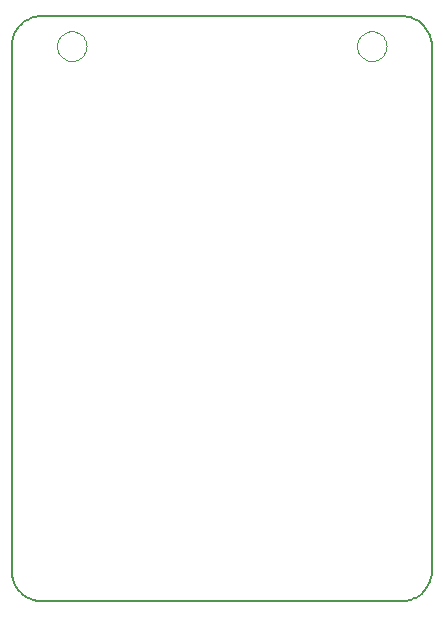
<source format=gbo>
G75*
%MOIN*%
%OFA0B0*%
%FSLAX24Y24*%
%IPPOS*%
%LPD*%
%AMOC8*
5,1,8,0,0,1.08239X$1,22.5*
%
%ADD10C,0.0080*%
%ADD11C,0.0000*%
D10*
X021500Y001250D02*
X021500Y018750D01*
X021502Y018810D01*
X021507Y018871D01*
X021516Y018930D01*
X021529Y018989D01*
X021545Y019048D01*
X021565Y019105D01*
X021588Y019160D01*
X021615Y019215D01*
X021644Y019267D01*
X021677Y019318D01*
X021713Y019367D01*
X021751Y019413D01*
X021793Y019457D01*
X021837Y019499D01*
X021883Y019537D01*
X021932Y019573D01*
X021983Y019606D01*
X022035Y019635D01*
X022090Y019662D01*
X022145Y019685D01*
X022202Y019705D01*
X022261Y019721D01*
X022320Y019734D01*
X022379Y019743D01*
X022440Y019748D01*
X022500Y019750D01*
X034500Y019750D01*
X034560Y019748D01*
X034621Y019743D01*
X034680Y019734D01*
X034739Y019721D01*
X034798Y019705D01*
X034855Y019685D01*
X034910Y019662D01*
X034965Y019635D01*
X035017Y019606D01*
X035068Y019573D01*
X035117Y019537D01*
X035163Y019499D01*
X035207Y019457D01*
X035249Y019413D01*
X035287Y019367D01*
X035323Y019318D01*
X035356Y019267D01*
X035385Y019215D01*
X035412Y019160D01*
X035435Y019105D01*
X035455Y019048D01*
X035471Y018989D01*
X035484Y018930D01*
X035493Y018871D01*
X035498Y018810D01*
X035500Y018750D01*
X035500Y001250D01*
X035498Y001190D01*
X035493Y001129D01*
X035484Y001070D01*
X035471Y001011D01*
X035455Y000952D01*
X035435Y000895D01*
X035412Y000840D01*
X035385Y000785D01*
X035356Y000733D01*
X035323Y000682D01*
X035287Y000633D01*
X035249Y000587D01*
X035207Y000543D01*
X035163Y000501D01*
X035117Y000463D01*
X035068Y000427D01*
X035017Y000394D01*
X034965Y000365D01*
X034910Y000338D01*
X034855Y000315D01*
X034798Y000295D01*
X034739Y000279D01*
X034680Y000266D01*
X034621Y000257D01*
X034560Y000252D01*
X034500Y000250D01*
X022500Y000250D01*
X022440Y000252D01*
X022379Y000257D01*
X022320Y000266D01*
X022261Y000279D01*
X022202Y000295D01*
X022145Y000315D01*
X022090Y000338D01*
X022035Y000365D01*
X021983Y000394D01*
X021932Y000427D01*
X021883Y000463D01*
X021837Y000501D01*
X021793Y000543D01*
X021751Y000587D01*
X021713Y000633D01*
X021677Y000682D01*
X021644Y000733D01*
X021615Y000785D01*
X021588Y000840D01*
X021565Y000895D01*
X021545Y000952D01*
X021529Y001011D01*
X021516Y001070D01*
X021507Y001129D01*
X021502Y001190D01*
X021500Y001250D01*
D11*
X023008Y018750D02*
X023010Y018794D01*
X023016Y018838D01*
X023026Y018881D01*
X023039Y018923D01*
X023057Y018963D01*
X023078Y019002D01*
X023102Y019039D01*
X023129Y019074D01*
X023160Y019106D01*
X023193Y019135D01*
X023229Y019161D01*
X023267Y019183D01*
X023307Y019202D01*
X023348Y019218D01*
X023391Y019230D01*
X023434Y019238D01*
X023478Y019242D01*
X023522Y019242D01*
X023566Y019238D01*
X023609Y019230D01*
X023652Y019218D01*
X023693Y019202D01*
X023733Y019183D01*
X023771Y019161D01*
X023807Y019135D01*
X023840Y019106D01*
X023871Y019074D01*
X023898Y019039D01*
X023922Y019002D01*
X023943Y018963D01*
X023961Y018923D01*
X023974Y018881D01*
X023984Y018838D01*
X023990Y018794D01*
X023992Y018750D01*
X023990Y018706D01*
X023984Y018662D01*
X023974Y018619D01*
X023961Y018577D01*
X023943Y018537D01*
X023922Y018498D01*
X023898Y018461D01*
X023871Y018426D01*
X023840Y018394D01*
X023807Y018365D01*
X023771Y018339D01*
X023733Y018317D01*
X023693Y018298D01*
X023652Y018282D01*
X023609Y018270D01*
X023566Y018262D01*
X023522Y018258D01*
X023478Y018258D01*
X023434Y018262D01*
X023391Y018270D01*
X023348Y018282D01*
X023307Y018298D01*
X023267Y018317D01*
X023229Y018339D01*
X023193Y018365D01*
X023160Y018394D01*
X023129Y018426D01*
X023102Y018461D01*
X023078Y018498D01*
X023057Y018537D01*
X023039Y018577D01*
X023026Y018619D01*
X023016Y018662D01*
X023010Y018706D01*
X023008Y018750D01*
X033008Y018750D02*
X033010Y018794D01*
X033016Y018838D01*
X033026Y018881D01*
X033039Y018923D01*
X033057Y018963D01*
X033078Y019002D01*
X033102Y019039D01*
X033129Y019074D01*
X033160Y019106D01*
X033193Y019135D01*
X033229Y019161D01*
X033267Y019183D01*
X033307Y019202D01*
X033348Y019218D01*
X033391Y019230D01*
X033434Y019238D01*
X033478Y019242D01*
X033522Y019242D01*
X033566Y019238D01*
X033609Y019230D01*
X033652Y019218D01*
X033693Y019202D01*
X033733Y019183D01*
X033771Y019161D01*
X033807Y019135D01*
X033840Y019106D01*
X033871Y019074D01*
X033898Y019039D01*
X033922Y019002D01*
X033943Y018963D01*
X033961Y018923D01*
X033974Y018881D01*
X033984Y018838D01*
X033990Y018794D01*
X033992Y018750D01*
X033990Y018706D01*
X033984Y018662D01*
X033974Y018619D01*
X033961Y018577D01*
X033943Y018537D01*
X033922Y018498D01*
X033898Y018461D01*
X033871Y018426D01*
X033840Y018394D01*
X033807Y018365D01*
X033771Y018339D01*
X033733Y018317D01*
X033693Y018298D01*
X033652Y018282D01*
X033609Y018270D01*
X033566Y018262D01*
X033522Y018258D01*
X033478Y018258D01*
X033434Y018262D01*
X033391Y018270D01*
X033348Y018282D01*
X033307Y018298D01*
X033267Y018317D01*
X033229Y018339D01*
X033193Y018365D01*
X033160Y018394D01*
X033129Y018426D01*
X033102Y018461D01*
X033078Y018498D01*
X033057Y018537D01*
X033039Y018577D01*
X033026Y018619D01*
X033016Y018662D01*
X033010Y018706D01*
X033008Y018750D01*
M02*

</source>
